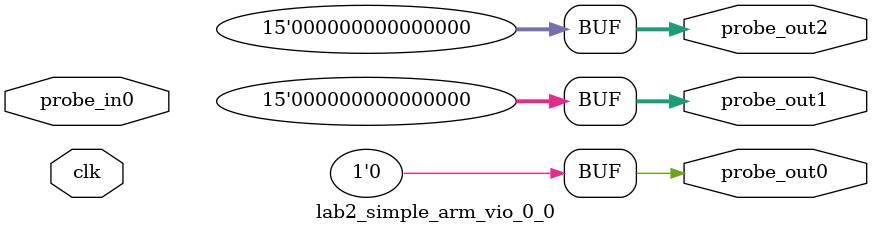
<source format=v>
`timescale 1ns / 1ps
module lab2_simple_arm_vio_0_0 (
clk,
probe_in0,
probe_out0,
probe_out1,
probe_out2
);

input clk;
input [15 : 0] probe_in0;

output reg [0 : 0] probe_out0 = 'h0 ;
output reg [14 : 0] probe_out1 = 'h0000 ;
output reg [14 : 0] probe_out2 = 'h0000 ;


endmodule

</source>
